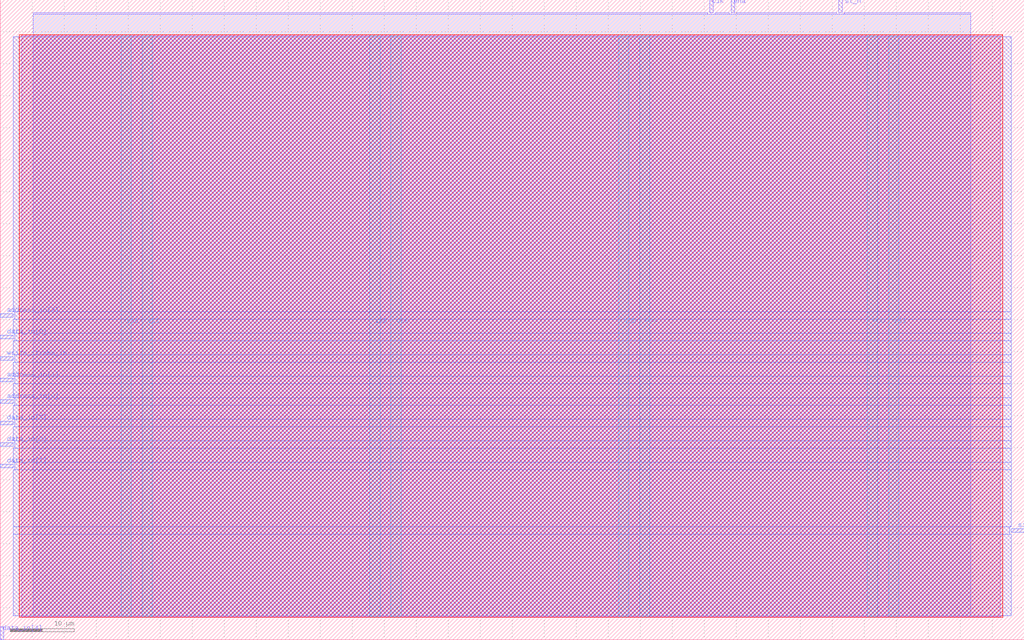
<source format=lef>
VERSION 5.7 ;
  NOWIREEXTENSIONATPIN ON ;
  DIVIDERCHAR "/" ;
  BUSBITCHARS "[]" ;
MACRO tiny_tonegen
  CLASS BLOCK ;
  FOREIGN tiny_tonegen ;
  ORIGIN 0.000 0.000 ;
  SIZE 160.000 BY 100.000 ;
  PIN VDD
    DIRECTION INOUT ;
    USE POWER ;
    PORT
      LAYER Metal4 ;
        RECT 18.880 3.620 20.480 94.380 ;
    END
    PORT
      LAYER Metal4 ;
        RECT 57.750 3.620 59.350 94.380 ;
    END
    PORT
      LAYER Metal4 ;
        RECT 96.620 3.620 98.220 94.380 ;
    END
    PORT
      LAYER Metal4 ;
        RECT 135.490 3.620 137.090 94.380 ;
    END
  END VDD
  PIN VSS
    DIRECTION INOUT ;
    USE GROUND ;
    PORT
      LAYER Metal4 ;
        RECT 22.180 3.620 23.780 94.380 ;
    END
    PORT
      LAYER Metal4 ;
        RECT 61.050 3.620 62.650 94.380 ;
    END
    PORT
      LAYER Metal4 ;
        RECT 99.920 3.620 101.520 94.380 ;
    END
    PORT
      LAYER Metal4 ;
        RECT 138.790 3.620 140.390 94.380 ;
    END
  END VSS
  PIN address_in[0]
    DIRECTION INPUT ;
    USE SIGNAL ;
    ANTENNAGATEAREA 0.741000 ;
    PORT
      LAYER Metal3 ;
        RECT 0.000 36.960 2.000 37.520 ;
    END
  END address_in[0]
  PIN address_in[1]
    DIRECTION INPUT ;
    USE SIGNAL ;
    ANTENNAGATEAREA 0.741000 ;
    PORT
      LAYER Metal3 ;
        RECT 0.000 40.320 2.000 40.880 ;
    END
  END address_in[1]
  PIN address_in[2]
    DIRECTION INPUT ;
    USE SIGNAL ;
    ANTENNAGATEAREA 0.498500 ;
    PORT
      LAYER Metal3 ;
        RECT 0.000 50.400 2.000 50.960 ;
    END
  END address_in[2]
  PIN clk
    DIRECTION INPUT ;
    USE SIGNAL ;
    ANTENNAGATEAREA 4.738000 ;
    PORT
      LAYER Metal2 ;
        RECT 110.880 98.000 111.440 100.000 ;
    END
  END clk
  PIN data_in[0]
    DIRECTION INPUT ;
    USE SIGNAL ;
    ANTENNAGATEAREA 0.741000 ;
    PORT
      LAYER Metal3 ;
        RECT 0.000 47.040 2.000 47.600 ;
    END
  END data_in[0]
  PIN data_in[1]
    DIRECTION INPUT ;
    USE SIGNAL ;
    ANTENNAGATEAREA 0.741000 ;
    PORT
      LAYER Metal3 ;
        RECT 0.000 26.880 2.000 27.440 ;
    END
  END data_in[1]
  PIN data_in[2]
    DIRECTION INPUT ;
    USE SIGNAL ;
    ANTENNAGATEAREA 0.741000 ;
    PORT
      LAYER Metal3 ;
        RECT 0.000 30.240 2.000 30.800 ;
    END
  END data_in[2]
  PIN data_in[3]
    DIRECTION INPUT ;
    USE SIGNAL ;
    ANTENNAGATEAREA 0.741000 ;
    PORT
      LAYER Metal3 ;
        RECT 0.000 33.600 2.000 34.160 ;
    END
  END data_in[3]
  PIN data_in[4]
    DIRECTION INPUT ;
    USE SIGNAL ;
    PORT
      LAYER Metal2 ;
        RECT 0.000 0.000 0.560 2.000 ;
    END
  END data_in[4]
  PIN ena
    DIRECTION INPUT ;
    USE SIGNAL ;
    ANTENNAGATEAREA 0.741000 ;
    PORT
      LAYER Metal2 ;
        RECT 114.240 98.000 114.800 100.000 ;
    END
  END ena
  PIN rst_n
    DIRECTION INPUT ;
    USE SIGNAL ;
    ANTENNAGATEAREA 0.498500 ;
    PORT
      LAYER Metal2 ;
        RECT 131.040 98.000 131.600 100.000 ;
    END
  END rst_n
  PIN signal_bit_out
    DIRECTION OUTPUT ;
    USE SIGNAL ;
    ANTENNADIFFAREA 1.060800 ;
    PORT
      LAYER Metal3 ;
        RECT 158.000 16.800 160.000 17.360 ;
    END
  END signal_bit_out
  PIN write_strobe_in
    DIRECTION INPUT ;
    USE SIGNAL ;
    ANTENNAGATEAREA 0.498500 ;
    PORT
      LAYER Metal3 ;
        RECT 0.000 43.680 2.000 44.240 ;
    END
  END write_strobe_in
  OBS
      LAYER Nwell ;
        RECT 2.930 3.490 156.670 94.510 ;
      LAYER Metal1 ;
        RECT 3.360 3.620 156.240 94.380 ;
      LAYER Metal2 ;
        RECT 5.180 97.700 110.580 98.000 ;
        RECT 111.740 97.700 113.940 98.000 ;
        RECT 115.100 97.700 130.740 98.000 ;
        RECT 131.900 97.700 151.620 98.000 ;
        RECT 5.180 3.730 151.620 97.700 ;
      LAYER Metal3 ;
        RECT 2.000 51.260 158.000 94.220 ;
        RECT 2.300 50.100 158.000 51.260 ;
        RECT 2.000 47.900 158.000 50.100 ;
        RECT 2.300 46.740 158.000 47.900 ;
        RECT 2.000 44.540 158.000 46.740 ;
        RECT 2.300 43.380 158.000 44.540 ;
        RECT 2.000 41.180 158.000 43.380 ;
        RECT 2.300 40.020 158.000 41.180 ;
        RECT 2.000 37.820 158.000 40.020 ;
        RECT 2.300 36.660 158.000 37.820 ;
        RECT 2.000 34.460 158.000 36.660 ;
        RECT 2.300 33.300 158.000 34.460 ;
        RECT 2.000 31.100 158.000 33.300 ;
        RECT 2.300 29.940 158.000 31.100 ;
        RECT 2.000 27.740 158.000 29.940 ;
        RECT 2.300 26.580 158.000 27.740 ;
        RECT 2.000 17.660 158.000 26.580 ;
        RECT 2.000 16.500 157.700 17.660 ;
        RECT 2.000 3.780 158.000 16.500 ;
  END
END tiny_tonegen
END LIBRARY


</source>
